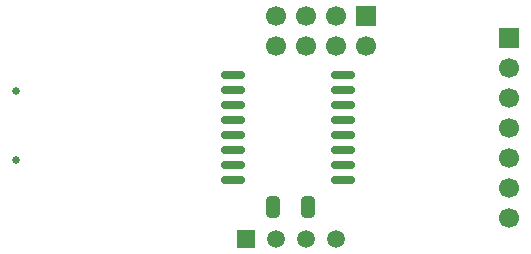
<source format=gbr>
%TF.GenerationSoftware,KiCad,Pcbnew,9.0.2*%
%TF.CreationDate,2025-07-27T21:59:35+02:00*%
%TF.ProjectId,USB-RS485_FT230,5553422d-5253-4343-9835-5f4654323330,rev?*%
%TF.SameCoordinates,Original*%
%TF.FileFunction,Soldermask,Bot*%
%TF.FilePolarity,Negative*%
%FSLAX46Y46*%
G04 Gerber Fmt 4.6, Leading zero omitted, Abs format (unit mm)*
G04 Created by KiCad (PCBNEW 9.0.2) date 2025-07-27 21:59:35*
%MOMM*%
%LPD*%
G01*
G04 APERTURE LIST*
G04 Aperture macros list*
%AMRoundRect*
0 Rectangle with rounded corners*
0 $1 Rounding radius*
0 $2 $3 $4 $5 $6 $7 $8 $9 X,Y pos of 4 corners*
0 Add a 4 corners polygon primitive as box body*
4,1,4,$2,$3,$4,$5,$6,$7,$8,$9,$2,$3,0*
0 Add four circle primitives for the rounded corners*
1,1,$1+$1,$2,$3*
1,1,$1+$1,$4,$5*
1,1,$1+$1,$6,$7*
1,1,$1+$1,$8,$9*
0 Add four rect primitives between the rounded corners*
20,1,$1+$1,$2,$3,$4,$5,0*
20,1,$1+$1,$4,$5,$6,$7,0*
20,1,$1+$1,$6,$7,$8,$9,0*
20,1,$1+$1,$8,$9,$2,$3,0*%
G04 Aperture macros list end*
%ADD10R,1.700000X1.700000*%
%ADD11C,1.700000*%
%ADD12R,1.500000X1.500000*%
%ADD13C,1.500000*%
%ADD14C,0.650000*%
%ADD15RoundRect,0.250000X-0.325000X-0.650000X0.325000X-0.650000X0.325000X0.650000X-0.325000X0.650000X0*%
%ADD16RoundRect,0.150000X-0.875000X-0.150000X0.875000X-0.150000X0.875000X0.150000X-0.875000X0.150000X0*%
G04 APERTURE END LIST*
D10*
%TO.C,J3*%
X172705000Y-85985909D03*
D11*
X172705000Y-88525909D03*
X172705000Y-91065909D03*
X172705000Y-93605909D03*
X172705000Y-96145909D03*
X172705000Y-98685909D03*
X172705000Y-101225909D03*
%TD*%
D12*
%TO.C,U4*%
X150445000Y-103008909D03*
D13*
X152985000Y-103008909D03*
X155525000Y-103008909D03*
X158065000Y-103008909D03*
%TD*%
D10*
%TO.C,J2*%
X160605000Y-84128909D03*
D11*
X160605000Y-86668909D03*
X158065000Y-84128909D03*
X158065000Y-86668909D03*
X155525000Y-84128909D03*
X155525000Y-86668909D03*
X152985000Y-84128909D03*
X152985000Y-86668909D03*
%TD*%
D14*
%TO.C,J1*%
X131035000Y-90498909D03*
X131035000Y-96278909D03*
%TD*%
D15*
%TO.C,C10*%
X152780000Y-100298909D03*
X155730000Y-100298909D03*
%TD*%
D16*
%TO.C,U5*%
X149395000Y-98028909D03*
X149395000Y-96758909D03*
X149395000Y-95488909D03*
X149395000Y-94218909D03*
X149395000Y-92948909D03*
X149395000Y-91678909D03*
X149395000Y-90408909D03*
X149395000Y-89138909D03*
X158695000Y-89138909D03*
X158695000Y-90408909D03*
X158695000Y-91678909D03*
X158695000Y-92948909D03*
X158695000Y-94218909D03*
X158695000Y-95488909D03*
X158695000Y-96758909D03*
X158695000Y-98028909D03*
%TD*%
M02*

</source>
